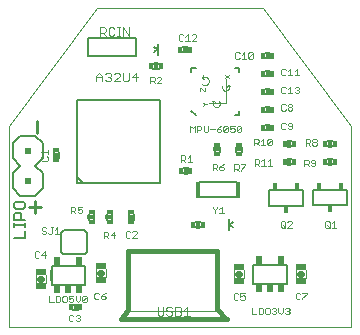
<source format=gto>
G75*
G70*
%OFA0B0*%
%FSLAX24Y24*%
%IPPOS*%
%LPD*%
%AMOC8*
5,1,8,0,0,1.08239X$1,22.5*
%
%ADD10C,0.0004*%
%ADD11C,0.0110*%
%ADD12C,0.0080*%
%ADD13C,0.0050*%
%ADD14C,0.0030*%
%ADD15C,0.0060*%
%ADD16R,0.0197X0.0256*%
%ADD17C,0.0020*%
%ADD18R,0.0230X0.0230*%
%ADD19R,0.0118X0.0236*%
%ADD20R,0.0160X0.0280*%
%ADD21C,0.0160*%
%ADD22R,0.0236X0.0118*%
%ADD23C,0.0040*%
%ADD24C,0.0220*%
%ADD25R,0.0374X0.0197*%
%ADD26R,0.0280X0.0160*%
%ADD27R,0.0180X0.0230*%
%ADD28C,0.0010*%
%ADD29C,0.0000*%
D10*
X003138Y000371D02*
X014555Y000371D01*
X014555Y007064D01*
X011602Y011001D01*
X006090Y011001D01*
X003138Y007064D01*
X003138Y000371D01*
D11*
X004011Y004163D02*
X004011Y004557D01*
X003815Y004360D02*
X004208Y004360D01*
X004069Y006840D02*
X004069Y007234D01*
D12*
X004022Y006752D02*
X003522Y006752D01*
X003272Y006502D01*
X003272Y006002D01*
X003522Y005752D01*
X003272Y005502D01*
X003272Y005002D01*
X003522Y004752D01*
X004022Y004752D01*
X004272Y005002D01*
X004272Y005502D01*
X004022Y005752D01*
X004272Y006002D01*
X004272Y006502D01*
X004022Y006752D01*
X005422Y007200D02*
X005422Y007928D01*
X006150Y007928D01*
X007449Y007928D02*
X008177Y007928D01*
X008177Y007200D01*
X009232Y007570D02*
X009370Y007433D01*
X010669Y007433D02*
X010807Y007433D01*
X010807Y007570D01*
X010807Y008870D02*
X010807Y009007D01*
X010669Y009007D01*
X009370Y009007D02*
X009232Y009007D01*
X009232Y008870D01*
X008106Y009439D02*
X008106Y009620D01*
X007984Y009528D01*
X008106Y009620D02*
X008106Y009801D01*
X007984Y009706D02*
X008100Y009630D01*
X008177Y005900D02*
X008177Y005172D01*
X008020Y005172D01*
X009411Y005206D02*
X009411Y004694D01*
X010483Y003961D02*
X010483Y003780D01*
X010605Y003872D01*
X010483Y003780D02*
X010483Y003599D01*
X010605Y003694D02*
X010489Y003770D01*
X010828Y004694D02*
X010828Y005206D01*
X011744Y002449D02*
X011955Y002449D01*
X012410Y002299D02*
X012410Y001961D01*
X011290Y001961D02*
X011290Y002299D01*
X005680Y002259D02*
X005680Y001921D01*
X005225Y002409D02*
X005014Y002409D01*
X004560Y002259D02*
X004560Y001921D01*
X005618Y005172D02*
X005422Y005369D01*
D13*
X005422Y005172D02*
X005422Y007928D01*
X008177Y007928D01*
X008177Y005211D01*
X008177Y005172D02*
X005422Y005172D01*
X003677Y004492D02*
X003677Y004375D01*
X003619Y004317D01*
X003385Y004317D01*
X003327Y004375D01*
X003327Y004492D01*
X003385Y004550D01*
X003619Y004550D01*
X003677Y004492D01*
X003502Y004182D02*
X003385Y004182D01*
X003327Y004124D01*
X003327Y003948D01*
X003677Y003948D01*
X003560Y003948D02*
X003560Y004124D01*
X003502Y004182D01*
X003677Y003820D02*
X003677Y003703D01*
X003677Y003761D02*
X003327Y003761D01*
X003327Y003703D02*
X003327Y003820D01*
X003677Y003568D02*
X003677Y003335D01*
X003327Y003335D01*
X009490Y004694D02*
X009490Y005206D01*
X010749Y005206D01*
X010749Y004694D01*
X009490Y004694D01*
X007400Y009390D02*
X005800Y009390D01*
X005800Y009990D01*
X007400Y009990D01*
X007400Y009390D01*
D14*
X007388Y008845D02*
X007243Y008700D01*
X007437Y008700D01*
X007388Y008555D02*
X007388Y008845D01*
X007142Y008845D02*
X007142Y008603D01*
X007094Y008555D01*
X006997Y008555D01*
X006948Y008603D01*
X006948Y008845D01*
X006847Y008797D02*
X006799Y008845D01*
X006702Y008845D01*
X006654Y008797D01*
X006553Y008797D02*
X006504Y008845D01*
X006408Y008845D01*
X006359Y008797D01*
X006258Y008748D02*
X006258Y008555D01*
X006359Y008603D02*
X006408Y008555D01*
X006504Y008555D01*
X006553Y008603D01*
X006553Y008652D01*
X006504Y008700D01*
X006456Y008700D01*
X006504Y008700D02*
X006553Y008748D01*
X006553Y008797D01*
X006654Y008555D02*
X006847Y008748D01*
X006847Y008797D01*
X006847Y008555D02*
X006654Y008555D01*
X006258Y008700D02*
X006065Y008700D01*
X006065Y008748D02*
X006161Y008845D01*
X006258Y008748D01*
X006065Y008748D02*
X006065Y008555D01*
X006175Y010075D02*
X006175Y010365D01*
X006320Y010365D01*
X006368Y010317D01*
X006368Y010220D01*
X006320Y010172D01*
X006175Y010172D01*
X006271Y010172D02*
X006368Y010075D01*
X006469Y010123D02*
X006518Y010075D01*
X006614Y010075D01*
X006663Y010123D01*
X006764Y010075D02*
X006861Y010075D01*
X006812Y010075D02*
X006812Y010365D01*
X006764Y010365D02*
X006861Y010365D01*
X006960Y010365D02*
X007154Y010075D01*
X007154Y010365D01*
X006960Y010365D02*
X006960Y010075D01*
X006663Y010317D02*
X006614Y010365D01*
X006518Y010365D01*
X006469Y010317D01*
X006469Y010123D01*
X007865Y008715D02*
X007970Y008715D01*
X008005Y008680D01*
X008005Y008610D01*
X007970Y008575D01*
X007865Y008575D01*
X007935Y008575D02*
X008005Y008505D01*
X008086Y008505D02*
X008226Y008645D01*
X008226Y008680D01*
X008191Y008715D01*
X008121Y008715D01*
X008086Y008680D01*
X008086Y008505D02*
X008226Y008505D01*
X007865Y008505D02*
X007865Y008715D01*
X009570Y008670D02*
X009610Y008770D01*
X009570Y008670D02*
X009660Y008640D01*
X009570Y008670D02*
X009588Y008685D01*
X009607Y008696D01*
X009629Y008705D01*
X009651Y008710D01*
X009674Y008711D01*
X009697Y008708D01*
X009719Y008702D01*
X009739Y008693D01*
X009758Y008680D01*
X009775Y008664D01*
X009789Y008646D01*
X009800Y008626D01*
X009807Y008604D01*
X009811Y008581D01*
X009811Y008559D01*
X009807Y008536D01*
X009800Y008514D01*
X009789Y008494D01*
X009775Y008476D01*
X009758Y008460D01*
X009739Y008447D01*
X009719Y008438D01*
X009697Y008432D01*
X009674Y008429D01*
X009651Y008430D01*
X009629Y008435D01*
X009607Y008444D01*
X009588Y008455D01*
X009570Y008470D01*
X009910Y007910D02*
X009990Y007910D01*
X010030Y007870D01*
X009990Y007910D02*
X009976Y007895D01*
X009964Y007879D01*
X009955Y007860D01*
X009950Y007841D01*
X009948Y007820D01*
X009950Y007800D01*
X009955Y007780D01*
X009964Y007762D01*
X009975Y007745D01*
X009990Y007730D01*
X010006Y007719D01*
X010025Y007710D01*
X010045Y007705D01*
X010065Y007703D01*
X010085Y007705D01*
X010105Y007710D01*
X010124Y007719D01*
X010140Y007730D01*
X010155Y007745D01*
X010166Y007762D01*
X010175Y007780D01*
X010180Y007800D01*
X010182Y007820D01*
X010180Y007841D01*
X010175Y007860D01*
X010166Y007879D01*
X010154Y007895D01*
X010140Y007910D01*
X010370Y007820D02*
X010370Y008620D01*
X010460Y008430D02*
X010530Y008410D01*
X010460Y008430D02*
X010420Y008370D01*
X010459Y008430D02*
X010470Y008412D01*
X010478Y008393D01*
X010482Y008373D01*
X010483Y008352D01*
X010479Y008331D01*
X010472Y008312D01*
X010462Y008294D01*
X010449Y008278D01*
X010432Y008265D01*
X010414Y008255D01*
X010395Y008248D01*
X010374Y008245D01*
X010353Y008246D01*
X010333Y008250D01*
X010314Y008259D01*
X010296Y008270D01*
X010281Y008284D01*
X010269Y008301D01*
X010260Y008320D01*
X010255Y008340D01*
X010253Y008361D01*
X010255Y008381D01*
X010261Y008401D01*
X010270Y008420D01*
X010370Y007820D02*
X009820Y007820D01*
X009085Y001035D02*
X008988Y000938D01*
X008887Y000938D02*
X008839Y000890D01*
X008694Y000890D01*
X008593Y000842D02*
X008593Y000793D01*
X008544Y000745D01*
X008448Y000745D01*
X008399Y000793D01*
X008298Y000793D02*
X008298Y001035D01*
X008399Y000987D02*
X008399Y000938D01*
X008448Y000890D01*
X008544Y000890D01*
X008593Y000842D01*
X008694Y000745D02*
X008839Y000745D01*
X008887Y000793D01*
X008887Y000842D01*
X008839Y000890D01*
X008887Y000938D02*
X008887Y000987D01*
X008839Y001035D01*
X008694Y001035D01*
X008694Y000745D01*
X008593Y000987D02*
X008544Y001035D01*
X008448Y001035D01*
X008399Y000987D01*
X008298Y000793D02*
X008250Y000745D01*
X008153Y000745D01*
X008105Y000793D01*
X008105Y001035D01*
X008988Y000745D02*
X009182Y000745D01*
X009085Y000745D02*
X009085Y001035D01*
D15*
X011298Y001815D02*
X011298Y002445D01*
X012401Y002445D01*
X012401Y001815D01*
X011298Y001815D01*
X009546Y003692D02*
X009353Y003692D01*
X009353Y003868D02*
X009546Y003868D01*
X009136Y005492D02*
X008943Y005492D01*
X008943Y005668D02*
X009136Y005668D01*
X010011Y006194D02*
X010011Y006386D01*
X010188Y006386D02*
X010188Y006194D01*
X010731Y006194D02*
X010731Y006386D01*
X010908Y006386D02*
X010908Y006194D01*
X011673Y006932D02*
X011866Y006932D01*
X011866Y007108D02*
X011673Y007108D01*
X011673Y007532D02*
X011866Y007532D01*
X011866Y007708D02*
X011673Y007708D01*
X011673Y008132D02*
X011866Y008132D01*
X011866Y008308D02*
X011673Y008308D01*
X011673Y008732D02*
X011866Y008732D01*
X011866Y008908D02*
X011673Y008908D01*
X011673Y009332D02*
X011866Y009332D01*
X011866Y009508D02*
X011673Y009508D01*
X009106Y009532D02*
X008913Y009532D01*
X008913Y009708D02*
X009106Y009708D01*
X008146Y009148D02*
X007953Y009148D01*
X007953Y008972D02*
X008146Y008972D01*
X004818Y006206D02*
X004818Y006014D01*
X004641Y006014D02*
X004641Y006206D01*
X005811Y004126D02*
X005811Y003934D01*
X005988Y003934D02*
X005988Y004126D01*
X006411Y004126D02*
X006411Y003934D01*
X006588Y003934D02*
X006588Y004126D01*
X007141Y004126D02*
X007141Y003934D01*
X007318Y003934D02*
X007318Y004126D01*
X005753Y003495D02*
X005753Y002905D01*
X005749Y002886D01*
X005743Y002869D01*
X005733Y002852D01*
X005721Y002838D01*
X005706Y002826D01*
X005690Y002816D01*
X005672Y002810D01*
X005653Y002806D01*
X005634Y002806D01*
X005005Y002806D01*
X004986Y002806D01*
X004967Y002810D01*
X004949Y002816D01*
X004933Y002826D01*
X004918Y002838D01*
X004906Y002852D01*
X004896Y002869D01*
X004890Y002886D01*
X004886Y002905D01*
X004886Y003495D01*
X004890Y003514D01*
X004896Y003531D01*
X004906Y003548D01*
X004918Y003562D01*
X004933Y003574D01*
X004949Y003584D01*
X004967Y003590D01*
X004986Y003594D01*
X005005Y003594D01*
X005634Y003594D01*
X005634Y003595D02*
X005653Y003595D01*
X005672Y003591D01*
X005690Y003585D01*
X005706Y003576D01*
X005721Y003563D01*
X005733Y003549D01*
X005743Y003532D01*
X005749Y003514D01*
X005753Y003496D01*
X005671Y002405D02*
X004568Y002405D01*
X004568Y001775D01*
X005671Y001775D01*
X005671Y002405D01*
X005466Y001108D02*
X005273Y001108D01*
X005273Y000932D02*
X005466Y000932D01*
X011833Y004414D02*
X012953Y004414D01*
X012953Y004934D01*
X011833Y004934D01*
X011833Y004414D01*
X013294Y004424D02*
X014414Y004424D01*
X014414Y004944D01*
X013294Y004944D01*
X013294Y004424D01*
X013753Y005792D02*
X013946Y005792D01*
X013946Y005968D02*
X013753Y005968D01*
X013753Y006392D02*
X013946Y006392D01*
X013946Y006568D02*
X013753Y006568D01*
X012596Y006568D02*
X012403Y006568D01*
X012403Y006392D02*
X012596Y006392D01*
X012596Y005968D02*
X012403Y005968D01*
X012403Y005792D02*
X012596Y005792D01*
D16*
X012224Y002593D03*
X011475Y002593D03*
X011475Y001667D03*
X011850Y001667D03*
X012224Y001667D03*
X005494Y001627D03*
X005120Y001627D03*
X004745Y001627D03*
X004745Y002553D03*
X005494Y002553D03*
D17*
X006320Y003330D02*
X006320Y003550D01*
X006430Y003550D01*
X006466Y003513D01*
X006466Y003440D01*
X006430Y003403D01*
X006320Y003403D01*
X006393Y003403D02*
X006466Y003330D01*
X006541Y003440D02*
X006687Y003440D01*
X006651Y003330D02*
X006651Y003550D01*
X006541Y003440D01*
X007040Y003377D02*
X007076Y003340D01*
X007150Y003340D01*
X007186Y003377D01*
X007261Y003340D02*
X007407Y003487D01*
X007407Y003523D01*
X007371Y003560D01*
X007297Y003560D01*
X007261Y003523D01*
X007186Y003523D02*
X007150Y003560D01*
X007076Y003560D01*
X007040Y003523D01*
X007040Y003377D01*
X007261Y003340D02*
X007407Y003340D01*
X005587Y004197D02*
X005551Y004160D01*
X005477Y004160D01*
X005441Y004197D01*
X005441Y004270D02*
X005514Y004307D01*
X005551Y004307D01*
X005587Y004270D01*
X005587Y004197D01*
X005441Y004270D02*
X005441Y004380D01*
X005587Y004380D01*
X005366Y004343D02*
X005366Y004270D01*
X005330Y004233D01*
X005220Y004233D01*
X005293Y004233D02*
X005366Y004160D01*
X005220Y004160D02*
X005220Y004380D01*
X005330Y004380D01*
X005366Y004343D01*
X004756Y003690D02*
X004756Y003470D01*
X004829Y003470D02*
X004682Y003470D01*
X004572Y003507D02*
X004572Y003690D01*
X004608Y003690D02*
X004535Y003690D01*
X004387Y003653D02*
X004351Y003690D01*
X004277Y003690D01*
X004240Y003653D01*
X004240Y003617D01*
X004277Y003580D01*
X004351Y003580D01*
X004387Y003543D01*
X004387Y003507D01*
X004351Y003470D01*
X004277Y003470D01*
X004240Y003507D01*
X004461Y003507D02*
X004498Y003470D01*
X004535Y003470D01*
X004572Y003507D01*
X004682Y003617D02*
X004756Y003690D01*
X004341Y002890D02*
X004231Y002780D01*
X004377Y002780D01*
X004341Y002670D02*
X004341Y002890D01*
X004156Y002853D02*
X004120Y002890D01*
X004046Y002890D01*
X004010Y002853D01*
X004010Y002707D01*
X004046Y002670D01*
X004120Y002670D01*
X004156Y002707D01*
X004490Y001410D02*
X004490Y001190D01*
X004636Y001190D01*
X004711Y001190D02*
X004711Y001410D01*
X004821Y001410D01*
X004857Y001373D01*
X004857Y001227D01*
X004821Y001190D01*
X004711Y001190D01*
X004931Y001227D02*
X004931Y001373D01*
X004968Y001410D01*
X005042Y001410D01*
X005078Y001373D01*
X005078Y001227D01*
X005042Y001190D01*
X004968Y001190D01*
X004931Y001227D01*
X005152Y001227D02*
X005189Y001190D01*
X005263Y001190D01*
X005299Y001227D01*
X005299Y001300D01*
X005263Y001337D01*
X005226Y001337D01*
X005152Y001300D01*
X005152Y001410D01*
X005299Y001410D01*
X005373Y001410D02*
X005373Y001263D01*
X005447Y001190D01*
X005520Y001263D01*
X005520Y001410D01*
X005594Y001373D02*
X005594Y001227D01*
X005741Y001373D01*
X005741Y001227D01*
X005705Y001190D01*
X005631Y001190D01*
X005594Y001227D01*
X005594Y001373D02*
X005631Y001410D01*
X005705Y001410D01*
X005741Y001373D01*
X006000Y001332D02*
X006000Y001478D01*
X006036Y001515D01*
X006110Y001515D01*
X006146Y001478D01*
X006221Y001405D02*
X006331Y001405D01*
X006367Y001368D01*
X006367Y001332D01*
X006331Y001295D01*
X006257Y001295D01*
X006221Y001332D01*
X006221Y001405D01*
X006294Y001478D01*
X006367Y001515D01*
X006146Y001332D02*
X006110Y001295D01*
X006036Y001295D01*
X006000Y001332D01*
X005481Y000780D02*
X005407Y000780D01*
X005371Y000743D01*
X005296Y000743D02*
X005260Y000780D01*
X005186Y000780D01*
X005150Y000743D01*
X005150Y000597D01*
X005186Y000560D01*
X005260Y000560D01*
X005296Y000597D01*
X005371Y000597D02*
X005407Y000560D01*
X005481Y000560D01*
X005517Y000597D01*
X005517Y000633D01*
X005481Y000670D01*
X005444Y000670D01*
X005481Y000670D02*
X005517Y000707D01*
X005517Y000743D01*
X005481Y000780D01*
X010013Y004160D02*
X010013Y004270D01*
X010086Y004343D01*
X010086Y004380D01*
X010161Y004307D02*
X010234Y004380D01*
X010234Y004160D01*
X010161Y004160D02*
X010307Y004160D01*
X010013Y004270D02*
X009940Y004343D01*
X009940Y004380D01*
X009940Y005595D02*
X009940Y005815D01*
X010050Y005815D01*
X010086Y005778D01*
X010086Y005705D01*
X010050Y005668D01*
X009940Y005668D01*
X010013Y005668D02*
X010086Y005595D01*
X010161Y005632D02*
X010197Y005595D01*
X010271Y005595D01*
X010307Y005632D01*
X010307Y005668D01*
X010271Y005705D01*
X010161Y005705D01*
X010161Y005632D01*
X010161Y005705D02*
X010234Y005778D01*
X010307Y005815D01*
X010660Y005795D02*
X010660Y005575D01*
X010660Y005648D02*
X010770Y005648D01*
X010806Y005685D01*
X010806Y005758D01*
X010770Y005795D01*
X010660Y005795D01*
X010733Y005648D02*
X010806Y005575D01*
X010881Y005575D02*
X010881Y005612D01*
X011027Y005758D01*
X011027Y005795D01*
X010881Y005795D01*
X011340Y005813D02*
X011450Y005813D01*
X011486Y005850D01*
X011486Y005923D01*
X011450Y005960D01*
X011340Y005960D01*
X011340Y005740D01*
X011413Y005813D02*
X011486Y005740D01*
X011561Y005740D02*
X011707Y005740D01*
X011634Y005740D02*
X011634Y005960D01*
X011561Y005887D01*
X011781Y005887D02*
X011855Y005960D01*
X011855Y005740D01*
X011928Y005740D02*
X011781Y005740D01*
X011801Y006431D02*
X011764Y006468D01*
X011911Y006614D01*
X011911Y006468D01*
X011874Y006431D01*
X011801Y006431D01*
X011764Y006468D02*
X011764Y006614D01*
X011801Y006651D01*
X011874Y006651D01*
X011911Y006614D01*
X011690Y006431D02*
X011543Y006431D01*
X011616Y006431D02*
X011616Y006651D01*
X011543Y006578D01*
X011469Y006614D02*
X011469Y006541D01*
X011432Y006504D01*
X011322Y006504D01*
X011322Y006431D02*
X011322Y006651D01*
X011432Y006651D01*
X011469Y006614D01*
X011395Y006504D02*
X011469Y006431D01*
X010889Y006899D02*
X010852Y006862D01*
X010779Y006862D01*
X010742Y006899D01*
X010889Y007046D01*
X010889Y006899D01*
X010889Y007046D02*
X010852Y007083D01*
X010779Y007083D01*
X010742Y007046D01*
X010742Y006899D01*
X010668Y006899D02*
X010631Y006862D01*
X010558Y006862D01*
X010521Y006899D01*
X010521Y006972D02*
X010594Y007009D01*
X010631Y007009D01*
X010668Y006972D01*
X010668Y006899D01*
X010521Y006972D02*
X010521Y007083D01*
X010668Y007083D01*
X010447Y007046D02*
X010447Y006899D01*
X010410Y006862D01*
X010337Y006862D01*
X010300Y006899D01*
X010447Y007046D01*
X010410Y007083D01*
X010337Y007083D01*
X010300Y007046D01*
X010300Y006899D01*
X010226Y006899D02*
X010226Y006936D01*
X010189Y006972D01*
X010079Y006972D01*
X010079Y006899D01*
X010116Y006862D01*
X010189Y006862D01*
X010226Y006899D01*
X010152Y007046D02*
X010079Y006972D01*
X010005Y006972D02*
X009858Y006972D01*
X009784Y006899D02*
X009784Y007083D01*
X009637Y007083D02*
X009637Y006899D01*
X009674Y006862D01*
X009747Y006862D01*
X009784Y006899D01*
X009563Y006972D02*
X009526Y006936D01*
X009416Y006936D01*
X009416Y006862D02*
X009416Y007083D01*
X009526Y007083D01*
X009563Y007046D01*
X009563Y006972D01*
X009342Y006862D02*
X009342Y007083D01*
X009268Y007009D01*
X009195Y007083D01*
X009195Y006862D01*
X009174Y006090D02*
X009174Y005870D01*
X009101Y005870D02*
X009247Y005870D01*
X009101Y006017D02*
X009174Y006090D01*
X009026Y006053D02*
X009026Y005980D01*
X008990Y005943D01*
X008880Y005943D01*
X008953Y005943D02*
X009026Y005870D01*
X008880Y005870D02*
X008880Y006090D01*
X008990Y006090D01*
X009026Y006053D01*
X010152Y007046D02*
X010226Y007083D01*
X012230Y007148D02*
X012230Y007002D01*
X012266Y006965D01*
X012340Y006965D01*
X012376Y007002D01*
X012451Y007002D02*
X012487Y006965D01*
X012561Y006965D01*
X012597Y007002D01*
X012597Y007148D01*
X012561Y007185D01*
X012487Y007185D01*
X012451Y007148D01*
X012451Y007112D01*
X012487Y007075D01*
X012597Y007075D01*
X012376Y007148D02*
X012340Y007185D01*
X012266Y007185D01*
X012230Y007148D01*
X012266Y007585D02*
X012340Y007585D01*
X012376Y007622D01*
X012451Y007622D02*
X012451Y007658D01*
X012487Y007695D01*
X012561Y007695D01*
X012597Y007658D01*
X012597Y007622D01*
X012561Y007585D01*
X012487Y007585D01*
X012451Y007622D01*
X012487Y007695D02*
X012451Y007732D01*
X012451Y007768D01*
X012487Y007805D01*
X012561Y007805D01*
X012597Y007768D01*
X012597Y007732D01*
X012561Y007695D01*
X012376Y007768D02*
X012340Y007805D01*
X012266Y007805D01*
X012230Y007768D01*
X012230Y007622D01*
X012266Y007585D01*
X012266Y008165D02*
X012340Y008165D01*
X012376Y008202D01*
X012451Y008165D02*
X012597Y008165D01*
X012524Y008165D02*
X012524Y008385D01*
X012451Y008312D01*
X012376Y008348D02*
X012340Y008385D01*
X012266Y008385D01*
X012230Y008348D01*
X012230Y008202D01*
X012266Y008165D01*
X012671Y008202D02*
X012708Y008165D01*
X012782Y008165D01*
X012818Y008202D01*
X012818Y008238D01*
X012782Y008275D01*
X012745Y008275D01*
X012782Y008275D02*
X012818Y008312D01*
X012818Y008348D01*
X012782Y008385D01*
X012708Y008385D01*
X012671Y008348D01*
X012671Y008765D02*
X012818Y008765D01*
X012745Y008765D02*
X012745Y008985D01*
X012671Y008912D01*
X012524Y008985D02*
X012524Y008765D01*
X012451Y008765D02*
X012597Y008765D01*
X012451Y008912D02*
X012524Y008985D01*
X012376Y008948D02*
X012340Y008985D01*
X012266Y008985D01*
X012230Y008948D01*
X012230Y008802D01*
X012266Y008765D01*
X012340Y008765D01*
X012376Y008802D01*
X011278Y009342D02*
X011242Y009305D01*
X011168Y009305D01*
X011131Y009342D01*
X011278Y009488D01*
X011278Y009342D01*
X011131Y009342D02*
X011131Y009488D01*
X011168Y009525D01*
X011242Y009525D01*
X011278Y009488D01*
X011057Y009305D02*
X010911Y009305D01*
X010984Y009305D02*
X010984Y009525D01*
X010911Y009452D01*
X010836Y009488D02*
X010800Y009525D01*
X010726Y009525D01*
X010690Y009488D01*
X010690Y009342D01*
X010726Y009305D01*
X010800Y009305D01*
X010836Y009342D01*
X009398Y009905D02*
X009251Y009905D01*
X009398Y010052D01*
X009398Y010088D01*
X009362Y010125D01*
X009288Y010125D01*
X009251Y010088D01*
X009104Y010125D02*
X009104Y009905D01*
X009031Y009905D02*
X009177Y009905D01*
X009031Y010052D02*
X009104Y010125D01*
X008956Y010088D02*
X008920Y010125D01*
X008846Y010125D01*
X008810Y010088D01*
X008810Y009942D01*
X008846Y009905D01*
X008920Y009905D01*
X008956Y009942D01*
X013039Y006637D02*
X013039Y006417D01*
X013039Y006490D02*
X013149Y006490D01*
X013186Y006527D01*
X013186Y006600D01*
X013149Y006637D01*
X013039Y006637D01*
X013113Y006490D02*
X013186Y006417D01*
X013260Y006453D02*
X013260Y006490D01*
X013297Y006527D01*
X013370Y006527D01*
X013407Y006490D01*
X013407Y006453D01*
X013370Y006417D01*
X013297Y006417D01*
X013260Y006453D01*
X013297Y006527D02*
X013260Y006564D01*
X013260Y006600D01*
X013297Y006637D01*
X013370Y006637D01*
X013407Y006600D01*
X013407Y006564D01*
X013370Y006527D01*
X013324Y005943D02*
X013251Y005943D01*
X013214Y005906D01*
X013214Y005869D01*
X013251Y005833D01*
X013361Y005833D01*
X013361Y005906D02*
X013324Y005943D01*
X013361Y005906D02*
X013361Y005759D01*
X013324Y005723D01*
X013251Y005723D01*
X013214Y005759D01*
X013140Y005723D02*
X013067Y005796D01*
X013103Y005796D02*
X012993Y005796D01*
X012993Y005723D02*
X012993Y005943D01*
X013103Y005943D01*
X013140Y005906D01*
X013140Y005833D01*
X013103Y005796D01*
X012544Y003906D02*
X012470Y003906D01*
X012433Y003869D01*
X012359Y003869D02*
X012359Y003723D01*
X012323Y003686D01*
X012249Y003686D01*
X012212Y003723D01*
X012212Y003869D01*
X012249Y003906D01*
X012323Y003906D01*
X012359Y003869D01*
X012286Y003759D02*
X012359Y003686D01*
X012433Y003686D02*
X012580Y003833D01*
X012580Y003869D01*
X012544Y003906D01*
X012580Y003686D02*
X012433Y003686D01*
X013687Y003719D02*
X013724Y003682D01*
X013797Y003682D01*
X013834Y003719D01*
X013834Y003866D01*
X013797Y003903D01*
X013724Y003903D01*
X013687Y003866D01*
X013687Y003719D01*
X013760Y003756D02*
X013834Y003682D01*
X013908Y003682D02*
X014055Y003682D01*
X013981Y003682D02*
X013981Y003903D01*
X013908Y003829D01*
X013077Y001515D02*
X012931Y001515D01*
X012856Y001478D02*
X012820Y001515D01*
X012746Y001515D01*
X012710Y001478D01*
X012710Y001332D01*
X012746Y001295D01*
X012820Y001295D01*
X012856Y001332D01*
X012931Y001332D02*
X012931Y001295D01*
X012931Y001332D02*
X013077Y001478D01*
X013077Y001515D01*
X012501Y000973D02*
X012501Y000937D01*
X012465Y000900D01*
X012501Y000863D01*
X012501Y000827D01*
X012465Y000790D01*
X012391Y000790D01*
X012354Y000827D01*
X012280Y000863D02*
X012207Y000790D01*
X012133Y000863D01*
X012133Y001010D01*
X012059Y000973D02*
X012059Y000937D01*
X012023Y000900D01*
X012059Y000863D01*
X012059Y000827D01*
X012023Y000790D01*
X011949Y000790D01*
X011912Y000827D01*
X011838Y000827D02*
X011802Y000790D01*
X011728Y000790D01*
X011691Y000827D01*
X011691Y000973D01*
X011728Y001010D01*
X011802Y001010D01*
X011838Y000973D01*
X011838Y000827D01*
X011912Y000973D02*
X011949Y001010D01*
X012023Y001010D01*
X012059Y000973D01*
X012023Y000900D02*
X011986Y000900D01*
X012280Y000863D02*
X012280Y001010D01*
X012354Y000973D02*
X012391Y001010D01*
X012465Y001010D01*
X012501Y000973D01*
X012465Y000900D02*
X012428Y000900D01*
X011617Y000827D02*
X011581Y000790D01*
X011471Y000790D01*
X011471Y001010D01*
X011581Y001010D01*
X011617Y000973D01*
X011617Y000827D01*
X011396Y000790D02*
X011250Y000790D01*
X011250Y001010D01*
X010971Y001275D02*
X010897Y001275D01*
X010861Y001312D01*
X010861Y001385D02*
X010934Y001422D01*
X010971Y001422D01*
X011007Y001385D01*
X011007Y001312D01*
X010971Y001275D01*
X010861Y001385D02*
X010861Y001495D01*
X011007Y001495D01*
X010786Y001458D02*
X010750Y001495D01*
X010676Y001495D01*
X010640Y001458D01*
X010640Y001312D01*
X010676Y001275D01*
X010750Y001275D01*
X010786Y001312D01*
X004440Y005945D02*
X004403Y005908D01*
X004256Y005908D01*
X004219Y005945D01*
X004219Y006018D01*
X004256Y006055D01*
X004293Y006129D02*
X004219Y006202D01*
X004440Y006202D01*
X004440Y006129D02*
X004440Y006276D01*
X004403Y006055D02*
X004440Y006018D01*
X004440Y005945D01*
D18*
X003772Y006252D03*
X003772Y005252D03*
D19*
X007889Y009062D03*
X008209Y009062D03*
X008850Y009618D03*
X009170Y009618D03*
X011610Y009418D03*
X011930Y009418D03*
X011930Y008818D03*
X011610Y008818D03*
X011610Y008218D03*
X011930Y008218D03*
X011930Y007618D03*
X011610Y007618D03*
X011610Y007018D03*
X011930Y007018D03*
X012340Y006478D03*
X012660Y006478D03*
X012660Y005878D03*
X012340Y005878D03*
X013690Y005878D03*
X014010Y005878D03*
X014010Y006478D03*
X013690Y006478D03*
X009609Y003782D03*
X009289Y003782D03*
X009200Y005578D03*
X008880Y005578D03*
X005529Y001022D03*
X005209Y001022D03*
D20*
X009450Y003780D03*
X009040Y005580D03*
X012500Y005880D03*
X012500Y006480D03*
X013850Y006480D03*
X013850Y005880D03*
X008050Y009060D03*
D21*
X009010Y009608D02*
X009010Y009632D01*
X011770Y009432D02*
X011770Y009408D01*
X011770Y008832D02*
X011770Y008808D01*
X011770Y008232D02*
X011770Y008208D01*
X011770Y007632D02*
X011770Y007608D01*
X011770Y007032D02*
X011770Y007008D01*
X007242Y004030D02*
X007218Y004030D01*
X007123Y002888D02*
X007123Y000939D01*
X006868Y000644D01*
X010391Y000644D01*
X010411Y000644D01*
X010391Y000644D02*
X010096Y000959D01*
X010096Y002888D01*
X007123Y002888D01*
X005370Y001032D02*
X005370Y001008D01*
X004742Y006110D02*
X004718Y006110D01*
D22*
X004728Y006269D03*
X004728Y005949D03*
X005901Y004191D03*
X005901Y003871D03*
X006501Y003871D03*
X006501Y004191D03*
X007228Y004189D03*
X007228Y003869D03*
X010098Y006129D03*
X010098Y006449D03*
X010818Y006449D03*
X010818Y006129D03*
D23*
X010970Y002270D02*
X010970Y001990D01*
X010635Y001990D02*
X010635Y002270D01*
X012705Y002270D02*
X012705Y001990D01*
X013040Y001990D02*
X013040Y002270D01*
X006370Y002310D02*
X006370Y002030D01*
X006035Y002030D02*
X006035Y002310D01*
X004370Y002110D02*
X004370Y001830D01*
X004035Y001830D02*
X004035Y002110D01*
D24*
X004188Y001970D02*
X004212Y001970D01*
X006188Y002170D02*
X006212Y002170D01*
X010788Y002130D02*
X010812Y002130D01*
X012858Y002130D02*
X012882Y002130D01*
D25*
X012872Y002362D03*
X012872Y001902D03*
X010802Y001902D03*
X010802Y002362D03*
X006202Y002402D03*
X006202Y001942D03*
X004202Y001742D03*
X004202Y002202D03*
D26*
X005900Y004030D03*
X006500Y004030D03*
X010100Y006290D03*
X010820Y006290D03*
D27*
X012023Y005069D03*
X012763Y005069D03*
X013484Y005079D03*
X014224Y005079D03*
X013854Y004289D03*
X012393Y004279D03*
D28*
X009629Y007745D02*
X009604Y007745D01*
X009629Y007745D02*
X009679Y007795D01*
X009755Y007795D01*
X009679Y007795D02*
X009629Y007845D01*
X009604Y007845D01*
X009649Y008225D02*
X009675Y008225D01*
X009675Y008325D01*
X009649Y008225D02*
X009549Y008325D01*
X009524Y008325D01*
X009524Y008225D01*
X010334Y008665D02*
X010485Y008765D01*
X010485Y008665D02*
X010334Y008765D01*
D29*
X010253Y000919D02*
X006986Y000919D01*
M02*

</source>
